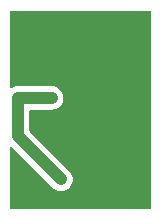
<source format=gbl>
G04 #@! TF.GenerationSoftware,KiCad,Pcbnew,(7.0.0)*
G04 #@! TF.CreationDate,2023-05-09T09:59:22+03:00*
G04 #@! TF.ProjectId,IoT_sulari_sensorboard,496f545f-7375-46c6-9172-695f73656e73,rev?*
G04 #@! TF.SameCoordinates,Original*
G04 #@! TF.FileFunction,Copper,L2,Bot*
G04 #@! TF.FilePolarity,Positive*
%FSLAX46Y46*%
G04 Gerber Fmt 4.6, Leading zero omitted, Abs format (unit mm)*
G04 Created by KiCad (PCBNEW (7.0.0)) date 2023-05-09 09:59:22*
%MOMM*%
%LPD*%
G01*
G04 APERTURE LIST*
G04 #@! TA.AperFunction,ViaPad*
%ADD10C,1.000000*%
G04 #@! TD*
G04 #@! TA.AperFunction,ViaPad*
%ADD11C,0.600000*%
G04 #@! TD*
G04 #@! TA.AperFunction,ViaPad*
%ADD12C,0.700000*%
G04 #@! TD*
G04 #@! TA.AperFunction,ViaPad*
%ADD13C,0.800000*%
G04 #@! TD*
G04 #@! TA.AperFunction,Conductor*
%ADD14C,1.000000*%
G04 #@! TD*
G04 APERTURE END LIST*
D10*
X132960000Y-89850000D03*
D11*
X136320000Y-96760000D03*
D12*
X135540000Y-89850000D03*
D10*
X134300000Y-92300000D03*
X134050000Y-84050000D03*
D13*
X138205023Y-96314977D03*
D10*
X141950000Y-92150000D03*
D14*
X136320000Y-96730000D02*
X132670000Y-93080000D01*
X132710000Y-89850000D02*
X132960000Y-89850000D01*
X135540000Y-89850000D02*
X132960000Y-89850000D01*
X132670000Y-89890000D02*
X132710000Y-89850000D01*
X132670000Y-93080000D02*
X132670000Y-89890000D01*
G04 #@! TA.AperFunction,Conductor*
G36*
X143938000Y-82516613D02*
G01*
X143983387Y-82562000D01*
X144000000Y-82624000D01*
X144000000Y-99126000D01*
X143983387Y-99188000D01*
X143938000Y-99233387D01*
X143876000Y-99250000D01*
X132124000Y-99250000D01*
X132062000Y-99233387D01*
X132016613Y-99188000D01*
X132000000Y-99126000D01*
X132000000Y-94124283D01*
X132013515Y-94067988D01*
X132051115Y-94023965D01*
X132104602Y-94001810D01*
X132162318Y-94006352D01*
X132211681Y-94036602D01*
X135648420Y-97473341D01*
X135766593Y-97569698D01*
X135946951Y-97663910D01*
X136142582Y-97719887D01*
X136345477Y-97735337D01*
X136547328Y-97709630D01*
X136739873Y-97643816D01*
X136915227Y-97540591D01*
X137066214Y-97404179D01*
X137186650Y-97240167D01*
X137271606Y-97055269D01*
X137317603Y-96857054D01*
X137322757Y-96653637D01*
X137286859Y-96453348D01*
X137211378Y-96264383D01*
X137099402Y-96094482D01*
X133706818Y-92701898D01*
X133679939Y-92661671D01*
X133670500Y-92614218D01*
X133670500Y-90974500D01*
X133687113Y-90912500D01*
X133732500Y-90867113D01*
X133794500Y-90850500D01*
X135587600Y-90850500D01*
X135590742Y-90850500D01*
X135742438Y-90835074D01*
X135936588Y-90774159D01*
X136114502Y-90675409D01*
X136268895Y-90542866D01*
X136393448Y-90381958D01*
X136483060Y-90199271D01*
X136534063Y-90002285D01*
X136544369Y-89799064D01*
X136513556Y-89597929D01*
X136442886Y-89407113D01*
X136335252Y-89234429D01*
X136195059Y-89086947D01*
X136028049Y-88970705D01*
X135994454Y-88956288D01*
X135846836Y-88892939D01*
X135846831Y-88892937D01*
X135841058Y-88890460D01*
X135803590Y-88882760D01*
X135647899Y-88850765D01*
X135647894Y-88850764D01*
X135641741Y-88849500D01*
X135635453Y-88849500D01*
X133015244Y-88849500D01*
X133003090Y-88848903D01*
X132986236Y-88847243D01*
X132960000Y-88844659D01*
X132933764Y-88847243D01*
X132916910Y-88848903D01*
X132904756Y-88849500D01*
X132724278Y-88849500D01*
X132721137Y-88849460D01*
X132639924Y-88847402D01*
X132639921Y-88847402D01*
X132633637Y-88847243D01*
X132627454Y-88848351D01*
X132627442Y-88848352D01*
X132575571Y-88857649D01*
X132566244Y-88858958D01*
X132513815Y-88864290D01*
X132513813Y-88864290D01*
X132507562Y-88864926D01*
X132501569Y-88866805D01*
X132501560Y-88866808D01*
X132478531Y-88874033D01*
X132463295Y-88877772D01*
X132439539Y-88882030D01*
X132439526Y-88882033D01*
X132433348Y-88883141D01*
X132427521Y-88885468D01*
X132427512Y-88885471D01*
X132378557Y-88905026D01*
X132369684Y-88908185D01*
X132319402Y-88923961D01*
X132319397Y-88923963D01*
X132313412Y-88925841D01*
X132307925Y-88928886D01*
X132307914Y-88928891D01*
X132286813Y-88940602D01*
X132272645Y-88947331D01*
X132250222Y-88956288D01*
X132250210Y-88956294D01*
X132244383Y-88958622D01*
X132239136Y-88962079D01*
X132239136Y-88962080D01*
X132195122Y-88991087D01*
X132187081Y-88995959D01*
X132184194Y-88997562D01*
X132122444Y-89013142D01*
X132061104Y-88996017D01*
X132016354Y-88950702D01*
X132000000Y-88889152D01*
X132000000Y-82624000D01*
X132016613Y-82562000D01*
X132062000Y-82516613D01*
X132124000Y-82500000D01*
X143876000Y-82500000D01*
X143938000Y-82516613D01*
G37*
G04 #@! TD.AperFunction*
M02*

</source>
